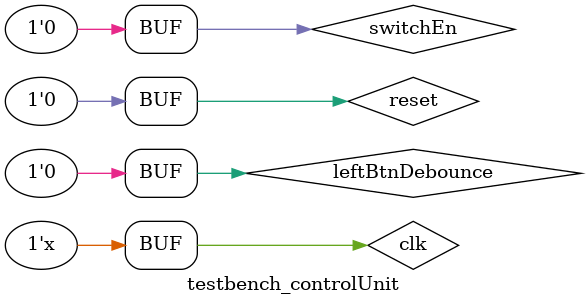
<source format=sv>
`timescale 1ns / 1ps


module testbench_controlUnit();
    
    logic clk, reset, switchEn;
    logic [11:0] switch;
    logic [3:0] D_addr; 
    logic [2:0] RF_addr1, RF_addr2, RF_waddr;
    logic [1:0] ALUSel; 
    logic IR_ld, PC_ld, isLoad, isStore, isAdd, isSubtract;
    logic D_rd, D_wr, isExternal, wr_en, leftBtnDebounce, rightBtnDebounce;
    
    assign switchEn = 0;
                                                                                               
    Control_Unit controlUnit( clk, reset, leftBtnDebounce, rightBtnDebounce, switchEn, switch, D_addr, D_rd,D_wr,RF_addr1, RF_addr2, RF_waddr, ALUSel, isExternal, wr_en,IR_ld, PC_ld, isLoad, isStore, isAdd, isSubtract ); 
    
    initial 
        clk = 1;
    always 
        begin
        #10;               
        clk = ~clk;        
        end  
    
    initial begin
    reset = 1;
    #10; reset = 0;
    #30; 
    leftBtnDebounce = 1;
    #20; leftBtnDebounce = 0;
    #20;
    leftBtnDebounce = 1;
    #20; leftBtnDebounce = 0; 
    #20;
    leftBtnDebounce = 1;
    #20; leftBtnDebounce = 0;
    #20;
    leftBtnDebounce = 1;
    #20; leftBtnDebounce = 0;
     leftBtnDebounce = 1;
    #20; leftBtnDebounce = 0;
    #20;
     leftBtnDebounce = 1;
    #20; leftBtnDebounce = 0;
    #20;
     leftBtnDebounce = 1;
    #20; leftBtnDebounce = 0;
    #20;
     leftBtnDebounce = 1;
    #20; leftBtnDebounce = 0;
    #20;
        leftBtnDebounce = 1;
    #20; leftBtnDebounce = 0;
    #20;
    leftBtnDebounce = 1;
    #20; leftBtnDebounce = 0; 
    #20;
    leftBtnDebounce = 1;
    #20; leftBtnDebounce = 0;
    #20;
    leftBtnDebounce = 1;
    #20; leftBtnDebounce = 0;
     leftBtnDebounce = 1;
    #20; leftBtnDebounce = 0;
    #20;
     leftBtnDebounce = 1;
    #20; leftBtnDebounce = 0;
    #20;
     leftBtnDebounce = 1;
    #20; leftBtnDebounce = 0;
    #20;
     leftBtnDebounce = 1;
    #20; leftBtnDebounce = 0;
    #20;
    end 
       
endmodule

</source>
